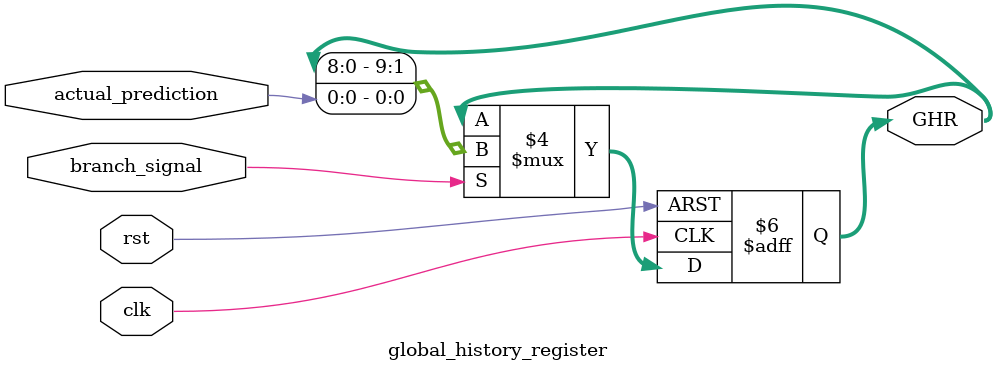
<source format=sv>

module global_history_register #(parameter GHR_size = 10) ( 
	input clk,
	input rst,
	input branch_signal,
	input actual_prediction,
	output logic [ GHR_size - 1 : 0 ] GHR	
	);
		
	always_ff @(negedge clk or negedge rst)
		begin
			if (!rst)
				GHR <= 'h0;
			else 
				begin
					if(branch_signal)  
							//this was introduced here	
						GHR <= { GHR[GHR_size - 2 : 0] , actual_prediction };
					else 
						GHR <= GHR;
				end
		end		
endmodule

</source>
